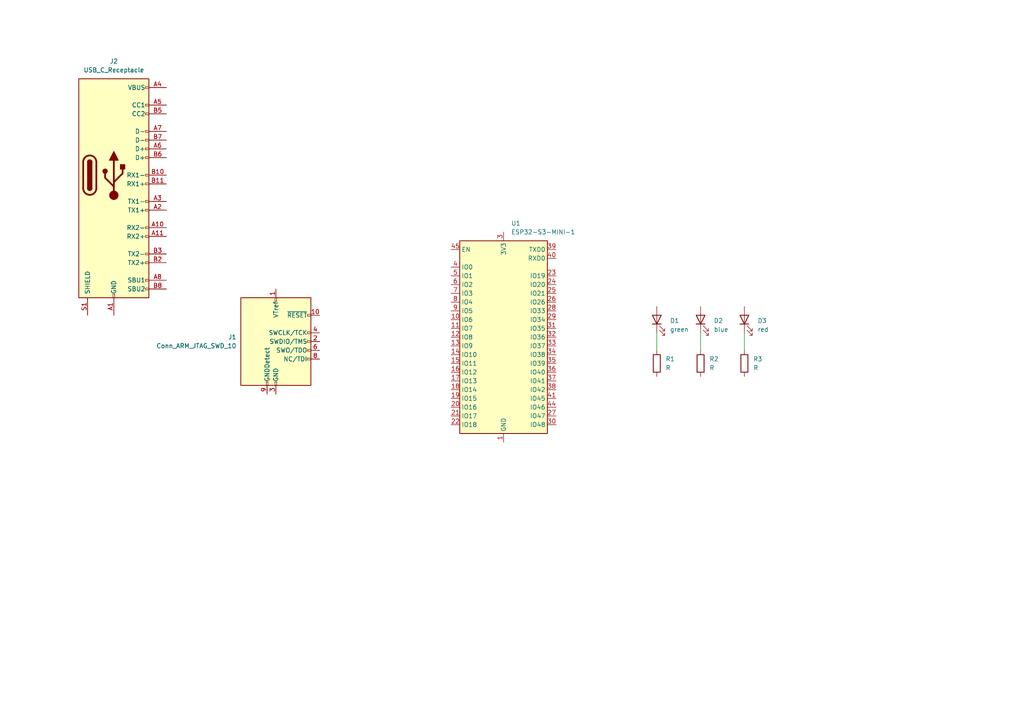
<source format=kicad_sch>
(kicad_sch (version 20231120) (generator "eeschema") (generator_version "8.0")
  (paper "A4")
  (title_block (title "soundbox"))
  (lib_symbols
    (symbol "Connector:Conn_ARM_JTAG_SWD_10" (pin_names (offset 1.016))
      (property "Reference" "J" (at -2.54 16.51 0))
      (property "Value" "Conn_ARM_JTAG_SWD_10" (at -2.54 13.97 0))
      (symbol "Conn_ARM_JTAG_SWD_10_0_1"
        (rectangle (start -10.16 12.7) (end 10.16 -12.7) (stroke (width 0.254)) (fill (type background)))
        (rectangle (start -2.794 -12.7) (end -2.286 -11.684))
        (rectangle (start -0.254 -12.7) (end 0.254 -11.684))
        (rectangle (start -0.254 12.7) (end 0.254 11.684))
        (rectangle (start 9.144 2.286) (end 10.16 2.794))
        (rectangle (start 10.16 -2.794) (end 9.144 -2.286))
        (rectangle (start 10.16 -0.254) (end 9.144 0.254))
        (rectangle (start 10.16 7.874) (end 9.144 7.366))
      )
      (symbol "Conn_ARM_JTAG_SWD_10_1_1"
        (rectangle (start 9.144 -5.334) (end 10.16 -4.826))
        (pin power_in line (at 0 15.24 270) (length 2.54) (name "VTref") (number "1"))
        (pin open_collector line (at 12.7 7.62 180) (length 2.54) (name "~{RESET}") (number "10"))
        (pin bidirectional line (at 12.7 0 180) (length 2.54) (name "SWDIO/TMS") (number "2"))
        (pin power_in line (at 0 -15.24 90) (length 2.54) (name "GND") (number "3"))
        (pin output line (at 12.7 2.54 180) (length 2.54) (name "SWCLK/TCK") (number "4"))
        (pin passive line (at 0 -15.24 90) (length 2.54) hide (name "GND") (number "5"))
        (pin input line (at 12.7 -2.54 180) (length 2.54) (name "SWO/TDO") (number "6"))
        (pin no_connect line (at -10.16 0 0) (length 2.54) hide (name "KEY") (number "7"))
        (pin output line (at 12.7 -5.08 180) (length 2.54) (name "NC/TDI") (number "8"))
        (pin passive line (at -2.54 -15.24 90) (length 2.54) (name "GNDDetect") (number "9"))
      )
    )
    (symbol "Connector:USB_C_Receptacle" (pin_names (offset 1.016))
      (property "Reference" "J" (at -10.16 29.21 0))
      (property "Value" "USB_C_Receptacle" (at 10.16 29.21 0))
      (symbol "USB_C_Receptacle_0_0"
        (rectangle (start -0.254 -35.56) (end 0.254 -34.544))
        (rectangle (start 10.16 -32.766) (end 9.144 -33.274))
        (rectangle (start 10.16 -30.226) (end 9.144 -30.734))
        (rectangle (start 10.16 -25.146) (end 9.144 -25.654))
        (rectangle (start 10.16 -22.606) (end 9.144 -23.114))
        (rectangle (start 10.16 -17.526) (end 9.144 -18.034))
        (rectangle (start 10.16 -14.986) (end 9.144 -15.494))
        (rectangle (start 10.16 -9.906) (end 9.144 -10.414))
        (rectangle (start 10.16 -7.366) (end 9.144 -7.874))
        (rectangle (start 10.16 -2.286) (end 9.144 -2.794))
        (rectangle (start 10.16 0.254) (end 9.144 -0.254))
        (rectangle (start 10.16 5.334) (end 9.144 4.826))
        (rectangle (start 10.16 7.874) (end 9.144 7.366))
        (rectangle (start 10.16 10.414) (end 9.144 9.906))
        (rectangle (start 10.16 12.954) (end 9.144 12.446))
        (rectangle (start 10.16 18.034) (end 9.144 17.526))
        (rectangle (start 10.16 20.574) (end 9.144 20.066))
        (rectangle (start 10.16 25.654) (end 9.144 25.146))
      )
      (symbol "USB_C_Receptacle_0_1"
        (rectangle (start -10.16 27.94) (end 10.16 -35.56) (stroke (width 0.254)) (fill (type background)))
        (arc (start -8.89 -3.81) (mid -6.985 -5.7067) (end -5.08 -3.81) (stroke (width 0.508)))
        (arc (start -7.62 -3.81) (mid -6.985 -4.4423) (end -6.35 -3.81) (stroke (width 0.254)))
        (arc (start -7.62 -3.81) (mid -6.985 -4.4423) (end -6.35 -3.81) (stroke (width 0.254)) (fill (type outline)))
        (rectangle (start -7.62 -3.81) (end -6.35 3.81) (stroke (width 0.254)) (fill (type outline)))
        (arc (start -6.35 3.81) (mid -6.985 4.4423) (end -7.62 3.81) (stroke (width 0.254)))
        (arc (start -6.35 3.81) (mid -6.985 4.4423) (end -7.62 3.81) (stroke (width 0.254)) (fill (type outline)))
        (arc (start -5.08 3.81) (mid -6.985 5.7067) (end -8.89 3.81) (stroke (width 0.508)))
        (polyline (pts (xy -8.89 -3.81) (xy -8.89 3.81)) (stroke (width 0.508)))
        (polyline (pts (xy -5.08 3.81) (xy -5.08 -3.81)) (stroke (width 0.508)))
      )
      (symbol "USB_C_Receptacle_1_1"
        (circle (center -2.54 1.143) (radius 0.635) (stroke (width 0.254)) (fill (type outline)))
        (circle (center 0 -5.842) (radius 1.27) (fill (type outline)))
        (polyline (pts (xy 0 -5.842) (xy 0 4.318)) (stroke (width 0.508)))
        (polyline (pts (xy 0 -3.302) (xy -2.54 -0.762) (xy -2.54 0.508)) (stroke (width 0.508)))
        (polyline (pts (xy 0 -2.032) (xy 2.54 0.508) (xy 2.54 1.778)) (stroke (width 0.508)))
        (polyline (pts (xy -1.27 4.318) (xy 0 6.858) (xy 1.27 4.318) (xy -1.27 4.318)) (stroke (width 0.254)) (fill (type outline)))
        (rectangle (start 1.905 1.778) (end 3.175 3.048) (stroke (width 0.254)) (fill (type outline)))
        (pin passive line (at 0 -40.64 90) (length 5.08) (name "GND") (number "A1"))
        (pin bidirectional line (at 15.24 -15.24 180) (length 5.08) (name "RX2-") (number "A10"))
        (pin bidirectional line (at 15.24 -17.78 180) (length 5.08) (name "RX2+") (number "A11"))
        (pin passive line (at 0 -40.64 90) (length 5.08) hide (name "GND") (number "A12"))
        (pin bidirectional line (at 15.24 -10.16 180) (length 5.08) (name "TX1+") (number "A2"))
        (pin bidirectional line (at 15.24 -7.62 180) (length 5.08) (name "TX1-") (number "A3"))
        (pin passive line (at 15.24 25.4 180) (length 5.08) (name "VBUS") (number "A4"))
        (pin bidirectional line (at 15.24 20.32 180) (length 5.08) (name "CC1") (number "A5"))
        (pin bidirectional line (at 15.24 7.62 180) (length 5.08) (name "D+") (number "A6"))
        (pin bidirectional line (at 15.24 12.7 180) (length 5.08) (name "D-") (number "A7"))
        (pin bidirectional line (at 15.24 -30.48 180) (length 5.08) (name "SBU1") (number "A8"))
        (pin passive line (at 15.24 25.4 180) (length 5.08) hide (name "VBUS") (number "A9"))
        (pin passive line (at 0 -40.64 90) (length 5.08) hide (name "GND") (number "B1"))
        (pin bidirectional line (at 15.24 0 180) (length 5.08) (name "RX1-") (number "B10"))
        (pin bidirectional line (at 15.24 -2.54 180) (length 5.08) (name "RX1+") (number "B11"))
        (pin passive line (at 0 -40.64 90) (length 5.08) hide (name "GND") (number "B12"))
        (pin bidirectional line (at 15.24 -25.4 180) (length 5.08) (name "TX2+") (number "B2"))
        (pin bidirectional line (at 15.24 -22.86 180) (length 5.08) (name "TX2-") (number "B3"))
        (pin passive line (at 15.24 25.4 180) (length 5.08) hide (name "VBUS") (number "B4"))
        (pin bidirectional line (at 15.24 17.78 180) (length 5.08) (name "CC2") (number "B5"))
        (pin bidirectional line (at 15.24 5.08 180) (length 5.08) (name "D+") (number "B6"))
        (pin bidirectional line (at 15.24 10.16 180) (length 5.08) (name "D-") (number "B7"))
        (pin bidirectional line (at 15.24 -33.02 180) (length 5.08) (name "SBU2") (number "B8"))
        (pin passive line (at 15.24 25.4 180) (length 5.08) hide (name "VBUS") (number "B9"))
        (pin passive line (at -7.62 -40.64 90) (length 5.08) (name "SHIELD") (number "S1"))
      )
    )
    (symbol "Device:LED" (pin_numbers hide) (pin_names (offset 1.016) hide)
      (property "Reference" "D" (at 0 2.54 0))
      (property "Value" "LED" (at 0 -2.54 0))
      (symbol "LED_0_1"
        (polyline (pts (xy -1.27 -1.27) (xy -1.27 1.27)) (stroke (width 0.254)))
        (polyline (pts (xy -1.27 0) (xy 1.27 0)))
        (polyline (pts (xy 1.27 -1.27) (xy 1.27 1.27) (xy -1.27 0) (xy 1.27 -1.27)) (stroke (width 0.254)))
        (polyline (pts (xy -3.048 -0.762) (xy -4.572 -2.286) (xy -3.81 -2.286) (xy -4.572 -2.286) (xy -4.572 -1.524)))
        (polyline (pts (xy -1.778 -0.762) (xy -3.302 -2.286) (xy -2.54 -2.286) (xy -3.302 -2.286) (xy -3.302 -1.524)))
      )
      (symbol "LED_1_1"
        (pin passive line (at -3.81 0 0) (length 2.54) (name "K") (number "1"))
        (pin passive line (at 3.81 0 180) (length 2.54) (name "A") (number "2"))
      )
    )
    (symbol "Device:R" (pin_numbers hide) (pin_names (offset 0))
      (property "Reference" "R" (at 2.032 0 90))
      (property "Value" "R" (at 0 0 90))
      (symbol "R_0_1"
        (rectangle (start -1.016 -2.54) (end 1.016 2.54) (stroke (width 0.254)))
      )
      (symbol "R_1_1"
        (pin passive line (at 0 3.81 270) (length 1.27) (name "~") (number "1"))
        (pin passive line (at 0 -3.81 90) (length 1.27) (name "~") (number "2"))
      )
    )
    (symbol "RF_Module:ESP32-S3-MINI-1"
      (property "Reference" "U" (at -11.43 29.21 0))
      (property "Value" "ESP32-S3-MINI-1" (at 12.7 29.21 0))
      (symbol "ESP32-S3-MINI-1_0_1"
        (rectangle (start -12.7 27.94) (end 12.7 -27.94) (stroke (width 0.254)) (fill (type background)))
      )
      (symbol "ESP32-S3-MINI-1_1_1"
        (pin power_in line (at 0 -30.48 90) (length 2.54) (name "GND") (number "1"))
        (pin bidirectional line (at -15.24 5.08 0) (length 2.54) (name "IO6") (number "10"))
        (pin bidirectional line (at -15.24 2.54 0) (length 2.54) (name "IO7") (number "11"))
        (pin bidirectional line (at -15.24 0 0) (length 2.54) (name "IO8") (number "12"))
        (pin bidirectional line (at -15.24 -2.54 0) (length 2.54) (name "IO9") (number "13"))
        (pin bidirectional line (at -15.24 -5.08 0) (length 2.54) (name "IO10") (number "14"))
        (pin bidirectional line (at -15.24 -7.62 0) (length 2.54) (name "IO11") (number "15"))
        (pin bidirectional line (at -15.24 -10.16 0) (length 2.54) (name "IO12") (number "16"))
        (pin bidirectional line (at -15.24 -12.7 0) (length 2.54) (name "IO13") (number "17"))
        (pin bidirectional line (at -15.24 -15.24 0) (length 2.54) (name "IO14") (number "18"))
        (pin bidirectional line (at -15.24 -17.78 0) (length 2.54) (name "IO15") (number "19"))
        (pin passive line (at 0 -30.48 90) (length 2.54) hide (name "GND") (number "2"))
        (pin bidirectional line (at -15.24 -20.32 0) (length 2.54) (name "IO16") (number "20"))
        (pin bidirectional line (at -15.24 -22.86 0) (length 2.54) (name "IO17") (number "21"))
        (pin bidirectional line (at -15.24 -25.4 0) (length 2.54) (name "IO18") (number "22"))
        (pin bidirectional line (at 15.24 17.78 180) (length 2.54) (name "IO19") (number "23"))
        (pin bidirectional line (at 15.24 15.24 180) (length 2.54) (name "IO20") (number "24"))
        (pin bidirectional line (at 15.24 12.7 180) (length 2.54) (name "IO21") (number "25"))
        (pin bidirectional line (at 15.24 10.16 180) (length 2.54) (name "IO26") (number "26"))
        (pin bidirectional line (at 15.24 -22.86 180) (length 2.54) (name "IO47") (number "27"))
        (pin bidirectional line (at 15.24 7.62 180) (length 2.54) (name "IO33") (number "28"))
        (pin bidirectional line (at 15.24 5.08 180) (length 2.54) (name "IO34") (number "29"))
        (pin power_in line (at 0 30.48 270) (length 2.54) (name "3V3") (number "3"))
        (pin bidirectional line (at 15.24 -25.4 180) (length 2.54) (name "IO48") (number "30"))
        (pin bidirectional line (at 15.24 2.54 180) (length 2.54) (name "IO35") (number "31"))
        (pin bidirectional line (at 15.24 0 180) (length 2.54) (name "IO36") (number "32"))
        (pin bidirectional line (at 15.24 -2.54 180) (length 2.54) (name "IO37") (number "33"))
        (pin bidirectional line (at 15.24 -5.08 180) (length 2.54) (name "IO38") (number "34"))
        (pin bidirectional line (at 15.24 -7.62 180) (length 2.54) (name "IO39") (number "35"))
        (pin bidirectional line (at 15.24 -10.16 180) (length 2.54) (name "IO40") (number "36"))
        (pin bidirectional line (at 15.24 -12.7 180) (length 2.54) (name "IO41") (number "37"))
        (pin bidirectional line (at 15.24 -15.24 180) (length 2.54) (name "IO42") (number "38"))
        (pin bidirectional line (at 15.24 25.4 180) (length 2.54) (name "TXD0") (number "39"))
        (pin bidirectional line (at -15.24 20.32 0) (length 2.54) (name "IO0") (number "4"))
        (pin bidirectional line (at 15.24 22.86 180) (length 2.54) (name "RXD0") (number "40"))
        (pin bidirectional line (at 15.24 -17.78 180) (length 2.54) (name "IO45") (number "41"))
        (pin passive line (at 0 -30.48 90) (length 2.54) hide (name "GND") (number "42"))
        (pin passive line (at 0 -30.48 90) (length 2.54) hide (name "GND") (number "43"))
        (pin bidirectional line (at 15.24 -20.32 180) (length 2.54) (name "IO46") (number "44"))
        (pin input line (at -15.24 25.4 0) (length 2.54) (name "EN") (number "45"))
        (pin passive line (at 0 -30.48 90) (length 2.54) hide (name "GND") (number "46"))
        (pin passive line (at 0 -30.48 90) (length 2.54) hide (name "GND") (number "47"))
        (pin passive line (at 0 -30.48 90) (length 2.54) hide (name "GND") (number "48"))
        (pin passive line (at 0 -30.48 90) (length 2.54) hide (name "GND") (number "49"))
        (pin bidirectional line (at -15.24 17.78 0) (length 2.54) (name "IO1") (number "5"))
        (pin passive line (at 0 -30.48 90) (length 2.54) hide (name "GND") (number "50"))
        (pin passive line (at 0 -30.48 90) (length 2.54) hide (name "GND") (number "51"))
        (pin passive line (at 0 -30.48 90) (length 2.54) hide (name "GND") (number "52"))
        (pin passive line (at 0 -30.48 90) (length 2.54) hide (name "GND") (number "53"))
        (pin passive line (at 0 -30.48 90) (length 2.54) hide (name "GND") (number "54"))
        (pin passive line (at 0 -30.48 90) (length 2.54) hide (name "GND") (number "55"))
        (pin passive line (at 0 -30.48 90) (length 2.54) hide (name "GND") (number "56"))
        (pin passive line (at 0 -30.48 90) (length 2.54) hide (name "GND") (number "57"))
        (pin passive line (at 0 -30.48 90) (length 2.54) hide (name "GND") (number "58"))
        (pin passive line (at 0 -30.48 90) (length 2.54) hide (name "GND") (number "59"))
        (pin bidirectional line (at -15.24 15.24 0) (length 2.54) (name "IO2") (number "6"))
        (pin passive line (at 0 -30.48 90) (length 2.54) hide (name "GND") (number "60"))
        (pin passive line (at 0 -30.48 90) (length 2.54) hide (name "GND") (number "61"))
        (pin passive line (at 0 -30.48 90) (length 2.54) hide (name "GND") (number "62"))
        (pin passive line (at 0 -30.48 90) (length 2.54) hide (name "GND") (number "63"))
        (pin passive line (at 0 -30.48 90) (length 2.54) hide (name "GND") (number "64"))
        (pin passive line (at 0 -30.48 90) (length 2.54) hide (name "GND") (number "65"))
        (pin bidirectional line (at -15.24 12.7 0) (length 2.54) (name "IO3") (number "7"))
        (pin bidirectional line (at -15.24 10.16 0) (length 2.54) (name "IO4") (number "8"))
        (pin bidirectional line (at -15.24 7.62 0) (length 2.54) (name "IO5") (number "9"))
      )
    )
  )
  (wire (pts (xy 190.5 96.52) (xy 190.5 101.6)))
  (wire (pts (xy 203.2 96.52) (xy 203.2 101.6)))
  (wire (pts (xy 215.9 96.52) (xy 215.9 101.6)))
  (symbol (lib_id "RF_Module:ESP32-S3-MINI-1") (at 146.05 97.79 0) (unit 1)
    (property "Reference" "U1" (at 148.2441 64.77 0) (effects (justify left)))
    (property "Value" "ESP32-S3-MINI-1" (at 148.2441 67.31 0) (effects (justify left)))
    (property "Footprint" "RF_Module:ESP32-S2-MINI-1" (effects (hide yes)))
    (property "Datasheet" "https://www.espressif.com/sites/default/files/documentation/esp32-s3-mini-1_mini-1u_datasheet_en.pdf" (effects (hide yes)))
    (property "Description" "RF Module, ESP32-S3 SoC, Wi-Fi 802.11b/g/n, Bluetooth, BLE, 32-bit, 3.3V, SMD, onboard antenna" (effects (hide yes)))
  )
  (symbol (lib_id "Connector:Conn_ARM_JTAG_SWD_10") (at 80.01 99.06 0) (unit 1)
    (property "Reference" "J1" (at 68.58 97.7899 0) (effects (justify right)))
    (property "Value" "Conn_ARM_JTAG_SWD_10" (at 68.58 100.3299 0) (effects (justify right)))
    (property "Datasheet" "http://infocenter.arm.com/help/topic/com.arm.doc.ddi0314h/DDI0314H_coresight_components_trm.pdf" (effects (hide yes)))
    (property "Description" "Cortex Debug Connector, standard ARM Cortex-M SWD and JTAG interface" (effects (hide yes)))
  )
  (symbol (lib_id "Device:R") (at 215.9 105.41 0) (unit 1)
    (property "Reference" "R3" (at 218.44 104.1399 0) (effects (justify left)))
    (property "Value" "R" (at 218.44 106.6799 0) (effects (justify left)))
    (property "Description" "Resistor" (effects (hide yes)))
  )
  (symbol (lib_id "Connector:USB_C_Receptacle") (at 33.02 50.8 0) (unit 1)
    (property "Reference" "J2" (at 33.02 17.78 0))
    (property "Value" "USB_C_Receptacle" (at 33.02 20.32 0))
    (property "Datasheet" "https://www.usb.org/sites/default/files/documents/usb_type-c.zip" (effects (hide yes)))
    (property "Description" "USB Full-Featured Type-C Receptacle connector" (effects (hide yes)))
  )
  (symbol (lib_id "Device:R") (at 203.2 105.41 0) (unit 1)
    (property "Reference" "R2" (at 205.74 104.1399 0) (effects (justify left)))
    (property "Value" "R" (at 205.74 106.6799 0) (effects (justify left)))
    (property "Description" "Resistor" (effects (hide yes)))
  )
  (symbol (lib_id "Device:LED") (at 190.5 92.71 90) (unit 1)
    (property "Reference" "D1" (at 194.31 93.0274 90) (effects (justify right)))
    (property "Value" "green" (at 194.31 95.5674 90) (effects (justify right)))
    (property "Description" "Light emitting diode" (effects (hide yes)))
  )
  (symbol (lib_id "Device:R") (at 190.5 105.41 0) (unit 1)
    (property "Reference" "R1" (at 193.04 104.1399 0) (effects (justify left)))
    (property "Value" "R" (at 193.04 106.6799 0) (effects (justify left)))
    (property "Description" "Resistor" (effects (hide yes)))
  )
  (symbol (lib_id "Device:LED") (at 215.9 92.71 90) (unit 1)
    (property "Reference" "D3" (at 219.71 93.0274 90) (effects (justify right)))
    (property "Value" "red" (at 219.71 95.5674 90) (effects (justify right)))
    (property "Description" "Light emitting diode" (effects (hide yes)))
  )
  (symbol (lib_id "Device:LED") (at 203.2 92.71 90) (unit 1)
    (property "Reference" "D2" (at 207.01 93.0274 90) (effects (justify right)))
    (property "Value" "blue" (at 207.01 95.5674 90) (effects (justify right)))
    (property "Description" "Light emitting diode" (effects (hide yes)))
  )
)
</source>
